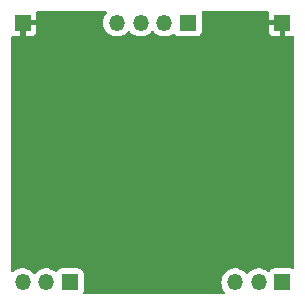
<source format=gbr>
%TF.GenerationSoftware,KiCad,Pcbnew,8.0.3*%
%TF.CreationDate,2024-07-13T00:09:23+02:00*%
%TF.ProjectId,Led Nixie,4c656420-4e69-4786-9965-2e6b69636164,rev?*%
%TF.SameCoordinates,Original*%
%TF.FileFunction,Copper,L2,Bot*%
%TF.FilePolarity,Positive*%
%FSLAX46Y46*%
G04 Gerber Fmt 4.6, Leading zero omitted, Abs format (unit mm)*
G04 Created by KiCad (PCBNEW 8.0.3) date 2024-07-13 00:09:23*
%MOMM*%
%LPD*%
G01*
G04 APERTURE LIST*
%TA.AperFunction,ComponentPad*%
%ADD10R,1.350000X1.350000*%
%TD*%
%TA.AperFunction,ComponentPad*%
%ADD11O,1.350000X1.350000*%
%TD*%
%TA.AperFunction,ViaPad*%
%ADD12C,0.600000*%
%TD*%
G04 APERTURE END LIST*
D10*
%TO.P,J1,1,Pin_1*%
%TO.N,Net-(D1-A)*%
X103000000Y-29000000D03*
D11*
%TO.P,J1,2,Pin_2*%
%TO.N,Net-(D3-A)*%
X101000000Y-29000000D03*
%TO.P,J1,3,Pin_3*%
%TO.N,Net-(D5-A)*%
X99000000Y-29000000D03*
%TO.P,J1,4,Pin_4*%
%TO.N,Net-(D7-A)*%
X97000000Y-29000000D03*
%TD*%
D10*
%TO.P,J5,1,Pin_1*%
%TO.N,GND*%
X111000000Y-29000000D03*
%TD*%
%TO.P,J4,1,Pin_1*%
%TO.N,GND*%
X89000000Y-29000000D03*
%TD*%
%TO.P,J3,1,Pin_1*%
%TO.N,Net-(D19-A)*%
X93000000Y-51000000D03*
D11*
%TO.P,J3,2,Pin_2*%
%TO.N,Net-(D17-A)*%
X91000000Y-51000000D03*
%TO.P,J3,3,Pin_3*%
%TO.N,Net-(D15-A)*%
X89000000Y-51000000D03*
%TD*%
D10*
%TO.P,J2,1,Pin_1*%
%TO.N,Net-(D13-A)*%
X111000000Y-51000000D03*
D11*
%TO.P,J2,2,Pin_2*%
%TO.N,Net-(D11-A)*%
X109000000Y-51000000D03*
%TO.P,J2,3,Pin_3*%
%TO.N,Net-(D9-A)*%
X107000000Y-51000000D03*
%TD*%
D12*
%TO.N,GND*%
X94400000Y-45000000D03*
X94400000Y-49000000D03*
X94400000Y-41000000D03*
X94400000Y-33000000D03*
X94400000Y-37000000D03*
%TD*%
%TA.AperFunction,Conductor*%
%TO.N,GND*%
G36*
X96099912Y-28020185D02*
G01*
X96145667Y-28072989D01*
X96155611Y-28142147D01*
X96129626Y-28199044D01*
X96131028Y-28200103D01*
X96127573Y-28204677D01*
X96127573Y-28204678D01*
X96117877Y-28217518D01*
X95996288Y-28378527D01*
X95899184Y-28573537D01*
X95839564Y-28783081D01*
X95819464Y-28999999D01*
X95819464Y-29000000D01*
X95839564Y-29216918D01*
X95839564Y-29216920D01*
X95839565Y-29216923D01*
X95899183Y-29426459D01*
X95996288Y-29621472D01*
X96127573Y-29795322D01*
X96288568Y-29942088D01*
X96288575Y-29942092D01*
X96288576Y-29942093D01*
X96473786Y-30056770D01*
X96473792Y-30056773D01*
X96496664Y-30065633D01*
X96676931Y-30135470D01*
X96891074Y-30175500D01*
X96891076Y-30175500D01*
X97108924Y-30175500D01*
X97108926Y-30175500D01*
X97323069Y-30135470D01*
X97526210Y-30056772D01*
X97711432Y-29942088D01*
X97872427Y-29795322D01*
X97901047Y-29757422D01*
X97957153Y-29715787D01*
X98026865Y-29711094D01*
X98088048Y-29744836D01*
X98098946Y-29757414D01*
X98127573Y-29795322D01*
X98288568Y-29942088D01*
X98288575Y-29942092D01*
X98288576Y-29942093D01*
X98473786Y-30056770D01*
X98473792Y-30056773D01*
X98496664Y-30065633D01*
X98676931Y-30135470D01*
X98891074Y-30175500D01*
X98891076Y-30175500D01*
X99108924Y-30175500D01*
X99108926Y-30175500D01*
X99323069Y-30135470D01*
X99526210Y-30056772D01*
X99711432Y-29942088D01*
X99872427Y-29795322D01*
X99901047Y-29757422D01*
X99957153Y-29715787D01*
X100026865Y-29711094D01*
X100088048Y-29744836D01*
X100098946Y-29757414D01*
X100127573Y-29795322D01*
X100288568Y-29942088D01*
X100288575Y-29942092D01*
X100288576Y-29942093D01*
X100473786Y-30056770D01*
X100473792Y-30056773D01*
X100496664Y-30065633D01*
X100676931Y-30135470D01*
X100891074Y-30175500D01*
X100891076Y-30175500D01*
X101108924Y-30175500D01*
X101108926Y-30175500D01*
X101323069Y-30135470D01*
X101526210Y-30056772D01*
X101711432Y-29942088D01*
X101722407Y-29932082D01*
X101785207Y-29901463D01*
X101854594Y-29909657D01*
X101905214Y-29949405D01*
X101967452Y-30032544D01*
X101967455Y-30032547D01*
X102082664Y-30118793D01*
X102082671Y-30118797D01*
X102217517Y-30169091D01*
X102217516Y-30169091D01*
X102224444Y-30169835D01*
X102277127Y-30175500D01*
X103722872Y-30175499D01*
X103782483Y-30169091D01*
X103917331Y-30118796D01*
X104032546Y-30032546D01*
X104118796Y-29917331D01*
X104169091Y-29782483D01*
X104175500Y-29722873D01*
X104175499Y-28277128D01*
X104169091Y-28217517D01*
X104150559Y-28167832D01*
X104145576Y-28098142D01*
X104179061Y-28036819D01*
X104240384Y-28003334D01*
X104266742Y-28000500D01*
X109733791Y-28000500D01*
X109800830Y-28020185D01*
X109846585Y-28072989D01*
X109856529Y-28142147D01*
X109849973Y-28167834D01*
X109831402Y-28217623D01*
X109831401Y-28217627D01*
X109825000Y-28277155D01*
X109825000Y-28750000D01*
X110684314Y-28750000D01*
X110679920Y-28754394D01*
X110627259Y-28845606D01*
X110600000Y-28947339D01*
X110600000Y-29052661D01*
X110627259Y-29154394D01*
X110679920Y-29245606D01*
X110684314Y-29250000D01*
X109825000Y-29250000D01*
X109825000Y-29722844D01*
X109831401Y-29782372D01*
X109831403Y-29782379D01*
X109881645Y-29917086D01*
X109881649Y-29917093D01*
X109967809Y-30032187D01*
X109967812Y-30032190D01*
X110082906Y-30118350D01*
X110082913Y-30118354D01*
X110217620Y-30168596D01*
X110217627Y-30168598D01*
X110277155Y-30174999D01*
X110277172Y-30175000D01*
X110750000Y-30175000D01*
X110750000Y-29315686D01*
X110754394Y-29320080D01*
X110845606Y-29372741D01*
X110947339Y-29400000D01*
X111052661Y-29400000D01*
X111154394Y-29372741D01*
X111245606Y-29320080D01*
X111250000Y-29315686D01*
X111250000Y-30175000D01*
X111722828Y-30175000D01*
X111722844Y-30174999D01*
X111782372Y-30168598D01*
X111782376Y-30168597D01*
X111832166Y-30150027D01*
X111901858Y-30145043D01*
X111963181Y-30178528D01*
X111996666Y-30239851D01*
X111999500Y-30266209D01*
X111999500Y-49733257D01*
X111979815Y-49800296D01*
X111927011Y-49846051D01*
X111857853Y-49855995D01*
X111832168Y-49849439D01*
X111782485Y-49830909D01*
X111782483Y-49830908D01*
X111722883Y-49824501D01*
X111722881Y-49824500D01*
X111722873Y-49824500D01*
X111722864Y-49824500D01*
X110277129Y-49824500D01*
X110277123Y-49824501D01*
X110217516Y-49830908D01*
X110082671Y-49881202D01*
X110082664Y-49881206D01*
X109967455Y-49967452D01*
X109905214Y-50050594D01*
X109849279Y-50092465D01*
X109779588Y-50097448D01*
X109722411Y-50067920D01*
X109711434Y-50057913D01*
X109711429Y-50057910D01*
X109526213Y-49943229D01*
X109526207Y-49943226D01*
X109441113Y-49910260D01*
X109323069Y-49864530D01*
X109108926Y-49824500D01*
X108891074Y-49824500D01*
X108676931Y-49864530D01*
X108633896Y-49881202D01*
X108473792Y-49943226D01*
X108473786Y-49943229D01*
X108288576Y-50057906D01*
X108288566Y-50057913D01*
X108127573Y-50204676D01*
X108098953Y-50242576D01*
X108042844Y-50284211D01*
X107973132Y-50288902D01*
X107911950Y-50255159D01*
X107901047Y-50242576D01*
X107872426Y-50204676D01*
X107711433Y-50057913D01*
X107711423Y-50057906D01*
X107526213Y-49943229D01*
X107526207Y-49943226D01*
X107441113Y-49910260D01*
X107323069Y-49864530D01*
X107108926Y-49824500D01*
X106891074Y-49824500D01*
X106676931Y-49864530D01*
X106633896Y-49881202D01*
X106473792Y-49943226D01*
X106473786Y-49943229D01*
X106288576Y-50057906D01*
X106288566Y-50057913D01*
X106127574Y-50204676D01*
X105996288Y-50378527D01*
X105899184Y-50573537D01*
X105839564Y-50783081D01*
X105819464Y-50999999D01*
X105819464Y-51000000D01*
X105839564Y-51216918D01*
X105839564Y-51216920D01*
X105839565Y-51216923D01*
X105899183Y-51426459D01*
X105996288Y-51621472D01*
X106117877Y-51782483D01*
X106131028Y-51799897D01*
X106129086Y-51801363D01*
X106155122Y-51854734D01*
X106146942Y-51924123D01*
X106102547Y-51978075D01*
X106036030Y-51999460D01*
X106032873Y-51999500D01*
X94266742Y-51999500D01*
X94199703Y-51979815D01*
X94153948Y-51927011D01*
X94144004Y-51857853D01*
X94150560Y-51832166D01*
X94169091Y-51782483D01*
X94175500Y-51722873D01*
X94175499Y-50277128D01*
X94169091Y-50217517D01*
X94164302Y-50204678D01*
X94118797Y-50082671D01*
X94118793Y-50082664D01*
X94032547Y-49967455D01*
X94032544Y-49967452D01*
X93917335Y-49881206D01*
X93917328Y-49881202D01*
X93782482Y-49830908D01*
X93782483Y-49830908D01*
X93722883Y-49824501D01*
X93722881Y-49824500D01*
X93722873Y-49824500D01*
X93722864Y-49824500D01*
X92277129Y-49824500D01*
X92277123Y-49824501D01*
X92217516Y-49830908D01*
X92082671Y-49881202D01*
X92082664Y-49881206D01*
X91967455Y-49967452D01*
X91905214Y-50050594D01*
X91849279Y-50092465D01*
X91779588Y-50097448D01*
X91722411Y-50067920D01*
X91711434Y-50057913D01*
X91711429Y-50057910D01*
X91526213Y-49943229D01*
X91526207Y-49943226D01*
X91441113Y-49910260D01*
X91323069Y-49864530D01*
X91108926Y-49824500D01*
X90891074Y-49824500D01*
X90676931Y-49864530D01*
X90633896Y-49881202D01*
X90473792Y-49943226D01*
X90473786Y-49943229D01*
X90288576Y-50057906D01*
X90288566Y-50057913D01*
X90127573Y-50204676D01*
X90098953Y-50242576D01*
X90042844Y-50284211D01*
X89973132Y-50288902D01*
X89911950Y-50255159D01*
X89901047Y-50242576D01*
X89872426Y-50204676D01*
X89711433Y-50057913D01*
X89711423Y-50057906D01*
X89526213Y-49943229D01*
X89526207Y-49943226D01*
X89441113Y-49910260D01*
X89323069Y-49864530D01*
X89108926Y-49824500D01*
X88891074Y-49824500D01*
X88676931Y-49864530D01*
X88633896Y-49881202D01*
X88473792Y-49943226D01*
X88473786Y-49943229D01*
X88288576Y-50057906D01*
X88288567Y-50057913D01*
X88208037Y-50131325D01*
X88145233Y-50161941D01*
X88075846Y-50153743D01*
X88021906Y-50109333D01*
X88000539Y-50042810D01*
X88000500Y-50039687D01*
X88000500Y-30266209D01*
X88020185Y-30199170D01*
X88072989Y-30153415D01*
X88142147Y-30143471D01*
X88167834Y-30150027D01*
X88217623Y-30168597D01*
X88217627Y-30168598D01*
X88277155Y-30174999D01*
X88277172Y-30175000D01*
X88750000Y-30175000D01*
X88750000Y-29315686D01*
X88754394Y-29320080D01*
X88845606Y-29372741D01*
X88947339Y-29400000D01*
X89052661Y-29400000D01*
X89154394Y-29372741D01*
X89245606Y-29320080D01*
X89250000Y-29315686D01*
X89250000Y-30175000D01*
X89722828Y-30175000D01*
X89722844Y-30174999D01*
X89782372Y-30168598D01*
X89782379Y-30168596D01*
X89917086Y-30118354D01*
X89917093Y-30118350D01*
X90032187Y-30032190D01*
X90032190Y-30032187D01*
X90118350Y-29917093D01*
X90118354Y-29917086D01*
X90168596Y-29782379D01*
X90168598Y-29782372D01*
X90174999Y-29722844D01*
X90175000Y-29722827D01*
X90175000Y-29250000D01*
X89315686Y-29250000D01*
X89320080Y-29245606D01*
X89372741Y-29154394D01*
X89400000Y-29052661D01*
X89400000Y-28947339D01*
X89372741Y-28845606D01*
X89320080Y-28754394D01*
X89315686Y-28750000D01*
X90175000Y-28750000D01*
X90175000Y-28277172D01*
X90174999Y-28277155D01*
X90168598Y-28217627D01*
X90168597Y-28217623D01*
X90150027Y-28167834D01*
X90145043Y-28098142D01*
X90178528Y-28036819D01*
X90239851Y-28003334D01*
X90266209Y-28000500D01*
X96032873Y-28000500D01*
X96099912Y-28020185D01*
G37*
%TD.AperFunction*%
%TD*%
M02*

</source>
